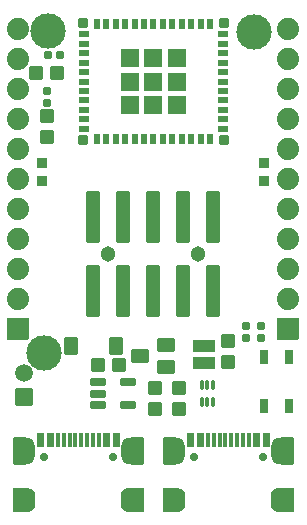
<source format=gbr>
%TF.GenerationSoftware,KiCad,Pcbnew,7.0.9-7.0.9~ubuntu22.04.1*%
%TF.CreationDate,2025-06-23T15:00:47+03:00*%
%TF.ProjectId,ESP32-C6-DevKit-Lipo_Rev_A,45535033-322d-4433-962d-4465764b6974,A*%
%TF.SameCoordinates,PX791ddc0PY791ddc0*%
%TF.FileFunction,Soldermask,Top*%
%TF.FilePolarity,Negative*%
%FSLAX46Y46*%
G04 Gerber Fmt 4.6, Leading zero omitted, Abs format (unit mm)*
G04 Created by KiCad (PCBNEW 7.0.9-7.0.9~ubuntu22.04.1) date 2025-06-23 15:00:47*
%MOMM*%
%LPD*%
G01*
G04 APERTURE LIST*
G04 Aperture macros list*
%AMRoundRect*
0 Rectangle with rounded corners*
0 $1 Rounding radius*
0 $2 $3 $4 $5 $6 $7 $8 $9 X,Y pos of 4 corners*
0 Add a 4 corners polygon primitive as box body*
4,1,4,$2,$3,$4,$5,$6,$7,$8,$9,$2,$3,0*
0 Add four circle primitives for the rounded corners*
1,1,$1+$1,$2,$3*
1,1,$1+$1,$4,$5*
1,1,$1+$1,$6,$7*
1,1,$1+$1,$8,$9*
0 Add four rect primitives between the rounded corners*
20,1,$1+$1,$2,$3,$4,$5,0*
20,1,$1+$1,$4,$5,$6,$7,0*
20,1,$1+$1,$6,$7,$8,$9,0*
20,1,$1+$1,$8,$9,$2,$3,0*%
G04 Aperture macros list end*
%ADD10RoundRect,0.050800X0.700000X-0.700000X0.700000X0.700000X-0.700000X0.700000X-0.700000X-0.700000X0*%
%ADD11C,1.501600*%
%ADD12C,0.701600*%
%ADD13RoundRect,0.050800X-0.550000X-1.100000X0.550000X-1.100000X0.550000X1.100000X-0.550000X1.100000X0*%
%ADD14O,1.301600X2.301600*%
%ADD15RoundRect,0.050800X-0.550000X-1.000000X0.550000X-1.000000X0.550000X1.000000X-0.550000X1.000000X0*%
%ADD16O,1.401600X2.101600*%
%ADD17RoundRect,0.050800X-0.150000X-0.575000X0.150000X-0.575000X0.150000X0.575000X-0.150000X0.575000X0*%
%ADD18RoundRect,0.050800X-0.125000X-0.575000X0.125000X-0.575000X0.125000X0.575000X-0.125000X0.575000X0*%
%ADD19RoundRect,0.050800X0.400000X-0.400000X0.400000X0.400000X-0.400000X0.400000X-0.400000X-0.400000X0*%
%ADD20RoundRect,0.050800X0.508000X-0.508000X0.508000X0.508000X-0.508000X0.508000X-0.508000X-0.508000X0*%
%ADD21C,3.000000*%
%ADD22RoundRect,0.050800X-0.250000X-0.275000X0.250000X-0.275000X0.250000X0.275000X-0.250000X0.275000X0*%
%ADD23RoundRect,0.050800X0.250000X0.275000X-0.250000X0.275000X-0.250000X-0.275000X0.250000X-0.275000X0*%
%ADD24RoundRect,0.050800X-0.508000X0.508000X-0.508000X-0.508000X0.508000X-0.508000X0.508000X0.508000X0*%
%ADD25RoundRect,0.050800X-0.125000X0.350000X-0.125000X-0.350000X0.125000X-0.350000X0.125000X0.350000X0*%
%ADD26RoundRect,0.050800X0.275000X-0.250000X0.275000X0.250000X-0.275000X0.250000X-0.275000X-0.250000X0*%
%ADD27RoundRect,0.050800X-0.275000X0.250000X-0.275000X-0.250000X0.275000X-0.250000X0.275000X0.250000X0*%
%ADD28RoundRect,0.050800X0.500000X-2.125000X0.500000X2.125000X-0.500000X2.125000X-0.500000X-2.125000X0*%
%ADD29C,1.301600*%
%ADD30RoundRect,0.050800X0.400000X-0.200000X0.400000X0.200000X-0.400000X0.200000X-0.400000X-0.200000X0*%
%ADD31RoundRect,0.050800X-0.200000X-0.400000X0.200000X-0.400000X0.200000X0.400000X-0.200000X0.400000X0*%
%ADD32RoundRect,0.050800X0.725000X-0.725000X0.725000X0.725000X-0.725000X0.725000X-0.725000X-0.725000X0*%
%ADD33RoundRect,0.050800X-0.350000X-0.350000X0.350000X-0.350000X0.350000X0.350000X-0.350000X0.350000X0*%
%ADD34RoundRect,0.050800X0.600000X0.275000X-0.600000X0.275000X-0.600000X-0.275000X0.600000X-0.275000X0*%
%ADD35RoundRect,0.050800X0.500000X0.700000X-0.500000X0.700000X-0.500000X-0.700000X0.500000X-0.700000X0*%
%ADD36RoundRect,0.050800X-0.700000X-0.500000X0.700000X-0.500000X0.700000X0.500000X-0.700000X0.500000X0*%
%ADD37RoundRect,0.050800X0.900000X-0.450000X0.900000X0.450000X-0.900000X0.450000X-0.900000X-0.450000X0*%
%ADD38RoundRect,0.050800X0.508000X0.508000X-0.508000X0.508000X-0.508000X-0.508000X0.508000X-0.508000X0*%
%ADD39RoundRect,0.050800X-0.325000X0.525000X-0.325000X-0.525000X0.325000X-0.525000X0.325000X0.525000X0*%
%ADD40RoundRect,0.050800X0.889000X-0.889000X0.889000X0.889000X-0.889000X0.889000X-0.889000X-0.889000X0*%
%ADD41C,1.879600*%
G04 APERTURE END LIST*
D10*
%TO.C,BAT1*%
X1747520Y12065000D03*
D11*
X1744980Y14094460D03*
%TD*%
D12*
%TO.C,USB-C1*%
X9240000Y6975000D03*
X3460000Y6975000D03*
D13*
X11277600Y7475000D03*
D14*
X10670000Y7475000D03*
X2030000Y7475000D03*
D13*
X1422400Y7475000D03*
D15*
X11277600Y3295000D03*
D16*
X10670000Y3295000D03*
X2030000Y3295000D03*
D15*
X1422400Y3295000D03*
D17*
X3025000Y8377000D03*
X3825000Y8377000D03*
D18*
X5100000Y8377000D03*
X6100000Y8377000D03*
X6600000Y8377000D03*
X7600000Y8377000D03*
D17*
X8875000Y8377000D03*
X9675000Y8377000D03*
X9425000Y8377000D03*
X8625000Y8377000D03*
D18*
X8100000Y8377000D03*
X7100000Y8377000D03*
X5600000Y8377000D03*
X4600000Y8377000D03*
D17*
X4075000Y8377000D03*
X3275000Y8377000D03*
%TD*%
D19*
%TO.C,CHARGE1*%
X3302000Y31877000D03*
X3302000Y30353000D03*
%TD*%
D20*
%TO.C,C14*%
X12827000Y11049000D03*
X12827000Y12827000D03*
%TD*%
D21*
%TO.C,FID3*%
X3810000Y43053000D03*
%TD*%
D22*
%TO.C,C2*%
X4826000Y41021000D03*
D23*
X3810000Y41021000D03*
%TD*%
D24*
%TO.C,C3*%
X3683000Y35814000D03*
X3683000Y34036000D03*
%TD*%
D19*
%TO.C,USER_LED1*%
X22098000Y31877000D03*
X22098000Y30353000D03*
%TD*%
D25*
%TO.C,U2*%
X17772000Y11569000D03*
X17272000Y11569000D03*
X16772000Y11569000D03*
X16772000Y13069000D03*
X17272000Y13069000D03*
X17772000Y13069000D03*
%TD*%
D26*
%TO.C,R29*%
X21844000Y18034000D03*
D27*
X21844000Y17018000D03*
%TD*%
D28*
%TO.C,UEXT1*%
X17780000Y27255000D03*
X17780000Y21005000D03*
X15240000Y27255000D03*
X15240000Y21005000D03*
X12700000Y27255000D03*
X12700000Y21005000D03*
X10160000Y27255000D03*
X10160000Y21005000D03*
X7620000Y27255000D03*
X7620000Y21005000D03*
D29*
X16510000Y24130000D03*
X8890000Y24130000D03*
%TD*%
D30*
%TO.C,U1*%
X6800000Y42735000D03*
X6800000Y41935000D03*
X6800000Y41135000D03*
X6800000Y40335000D03*
X6800000Y39535000D03*
X6800000Y38735000D03*
X6800000Y37935000D03*
X6800000Y37135000D03*
X6800000Y36335000D03*
X6800000Y35535000D03*
X6800000Y34735000D03*
D31*
X7900000Y33835000D03*
X8700000Y33835000D03*
X9500000Y33835000D03*
X10300000Y33835000D03*
X11100000Y33835000D03*
X11900000Y33835000D03*
X12700000Y33835000D03*
X13500000Y33835000D03*
X14300000Y33835000D03*
X15100000Y33835000D03*
X15900000Y33835000D03*
X16700000Y33835000D03*
X17500000Y33835000D03*
D30*
X18600000Y34735000D03*
X18600000Y35535000D03*
X18600000Y36335000D03*
X18600000Y37135000D03*
X18600000Y37935000D03*
X18600000Y38735000D03*
X18600000Y39535000D03*
X18600000Y40335000D03*
X18600000Y41135000D03*
X18600000Y41935000D03*
X18600000Y42735000D03*
D31*
X17500000Y43635000D03*
X16700000Y43635000D03*
X15900000Y43635000D03*
X15100000Y43635000D03*
X14300000Y43635000D03*
X13500000Y43635000D03*
X12700000Y43635000D03*
X11900000Y43635000D03*
X11100000Y43635000D03*
X10300000Y43635000D03*
X9500000Y43635000D03*
X8700000Y43635000D03*
X7900000Y43635000D03*
D32*
X10725000Y40710000D03*
X10725000Y38735000D03*
X10725000Y36760000D03*
X12700000Y40710000D03*
X12700000Y38735000D03*
X12700000Y36760000D03*
X14675000Y40710000D03*
X14675000Y38735000D03*
X14675000Y36760000D03*
D33*
X18650000Y43685000D03*
X18650000Y33785000D03*
X6750000Y33785000D03*
X6750000Y43685000D03*
%TD*%
D26*
%TO.C,R2*%
X3683000Y37973000D03*
D27*
X3683000Y36957000D03*
%TD*%
D34*
%TO.C,U3*%
X7971000Y13269000D03*
X7971000Y12319000D03*
X7971000Y11369000D03*
X10571000Y11369000D03*
X10571000Y13269000D03*
%TD*%
D21*
%TO.C,FID1*%
X21209000Y42926000D03*
%TD*%
D24*
%TO.C,C8*%
X19050000Y16764000D03*
X19050000Y14986000D03*
%TD*%
D35*
%TO.C,D1*%
X9520000Y16383000D03*
X5720000Y16383000D03*
%TD*%
D36*
%TO.C,FET1*%
X13807440Y14544040D03*
X13807440Y16446500D03*
X11597640Y15491460D03*
%TD*%
D37*
%TO.C,L1*%
X17018000Y14921000D03*
X17018000Y16321000D03*
%TD*%
D17*
%TO.C,USB-UART1*%
X15975000Y8377000D03*
X16775000Y8377000D03*
D18*
X17300000Y8377000D03*
X18300000Y8377000D03*
X19800000Y8377000D03*
X20800000Y8377000D03*
D17*
X21325000Y8377000D03*
X22125000Y8377000D03*
X22375000Y8377000D03*
X21575000Y8377000D03*
D18*
X20300000Y8377000D03*
X19300000Y8377000D03*
X18800000Y8377000D03*
X17800000Y8377000D03*
D17*
X16525000Y8377000D03*
X15725000Y8377000D03*
D15*
X14122400Y3295000D03*
D16*
X14730000Y3295000D03*
X23370000Y3295000D03*
D15*
X23977600Y3295000D03*
D13*
X14122400Y7475000D03*
D14*
X14730000Y7475000D03*
X23370000Y7475000D03*
D13*
X23977600Y7475000D03*
D12*
X16160000Y6975000D03*
X21940000Y6975000D03*
%TD*%
D38*
%TO.C,C1*%
X4572000Y39497000D03*
X2794000Y39497000D03*
%TD*%
D24*
%TO.C,C7*%
X14859000Y12827000D03*
X14859000Y11049000D03*
%TD*%
D38*
%TO.C,C10*%
X9779000Y14732000D03*
X8001000Y14732000D03*
%TD*%
D21*
%TO.C,FID2*%
X3429000Y15748000D03*
%TD*%
D26*
%TO.C,C13*%
X20574000Y18034000D03*
D27*
X20574000Y17018000D03*
%TD*%
D39*
%TO.C,USER1*%
X22039000Y11260000D03*
X22039000Y15410000D03*
X24189000Y11260000D03*
X24189000Y15410000D03*
%TD*%
D40*
%TO.C,EXT1*%
X1270000Y17780000D03*
D41*
X1270000Y20320000D03*
X1270000Y22860000D03*
X1270000Y25400000D03*
X1270000Y27940000D03*
X1270000Y30480000D03*
X1270000Y33020000D03*
X1270000Y35560000D03*
X1270000Y38100000D03*
X1270000Y40640000D03*
X1270000Y43180000D03*
%TD*%
D40*
%TO.C,EXT2*%
X24130000Y17780000D03*
D41*
X24130000Y20320000D03*
X24130000Y22860000D03*
X24130000Y25400000D03*
X24130000Y27940000D03*
X24130000Y30480000D03*
X24130000Y33020000D03*
X24130000Y35560000D03*
X24130000Y38100000D03*
X24130000Y40640000D03*
X24130000Y43180000D03*
%TD*%
M02*

</source>
